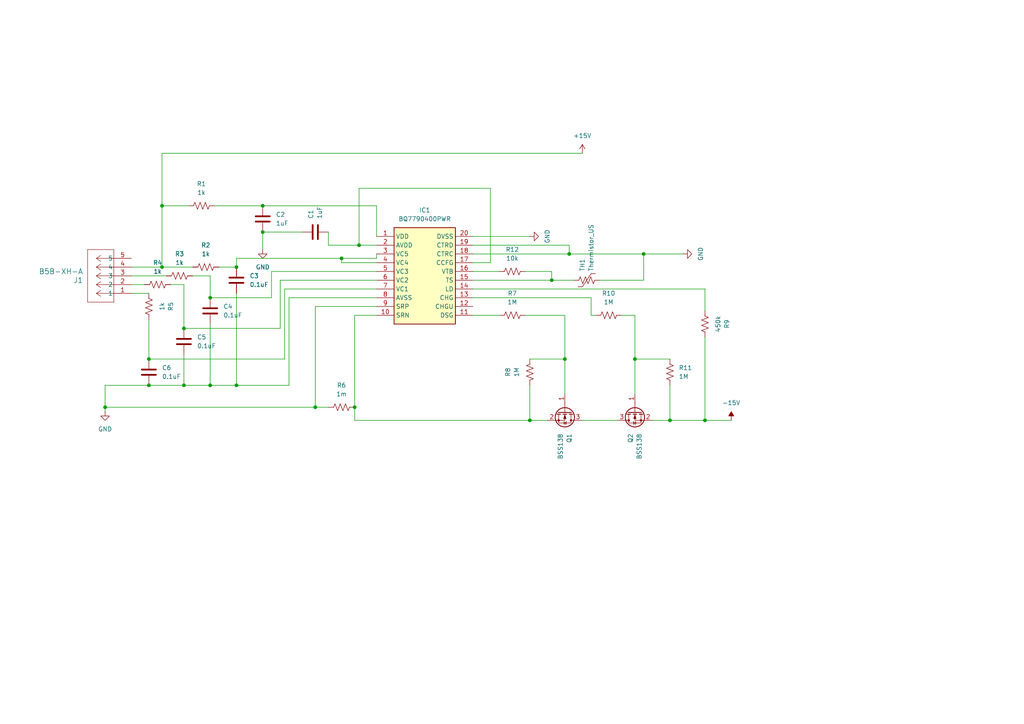
<source format=kicad_sch>
(kicad_sch (version 20231120) (generator "eeschema") (generator_version "8.0")
  (paper "A4")
  (lib_symbols
    (symbol "B5B-XH-A:B5B-XH-A" (pin_names (offset 0.254))
      (property "Reference" "J" (at 8.89 6.35 0))
      (property "Value" "B5B-XH-A" (at 0 0 0))
      (symbol "B5B-XH-A_1_1"
        (polyline (pts (xy 5.08 -12.7) (xy 12.7 -12.7)) (stroke (width 0.127)))
        (polyline (pts (xy 5.08 2.54) (xy 5.08 -12.7)) (stroke (width 0.127)))
        (polyline (pts (xy 10.16 -10.16) (xy 5.08 -10.16)) (stroke (width 0.127)))
        (polyline (pts (xy 10.16 -10.16) (xy 8.89 -11.0067)) (stroke (width 0.127)))
        (polyline (pts (xy 10.16 -10.16) (xy 8.89 -9.3133)) (stroke (width 0.127)))
        (polyline (pts (xy 10.16 -7.62) (xy 5.08 -7.62)) (stroke (width 0.127)))
        (polyline (pts (xy 10.16 -7.62) (xy 8.89 -8.4667)) (stroke (width 0.127)))
        (polyline (pts (xy 10.16 -7.62) (xy 8.89 -6.7733)) (stroke (width 0.127)))
        (polyline (pts (xy 10.16 -5.08) (xy 5.08 -5.08)) (stroke (width 0.127)))
        (polyline (pts (xy 10.16 -5.08) (xy 8.89 -5.9267)) (stroke (width 0.127)))
        (polyline (pts (xy 10.16 -5.08) (xy 8.89 -4.2333)) (stroke (width 0.127)))
        (polyline (pts (xy 10.16 -2.54) (xy 5.08 -2.54)) (stroke (width 0.127)))
        (polyline (pts (xy 10.16 -2.54) (xy 8.89 -3.3867)) (stroke (width 0.127)))
        (polyline (pts (xy 10.16 -2.54) (xy 8.89 -1.6933)) (stroke (width 0.127)))
        (polyline (pts (xy 10.16 0) (xy 5.08 0)) (stroke (width 0.127)))
        (polyline (pts (xy 10.16 0) (xy 8.89 -0.8467)) (stroke (width 0.127)))
        (polyline (pts (xy 10.16 0) (xy 8.89 0.8467)) (stroke (width 0.127)))
        (polyline (pts (xy 12.7 -12.7) (xy 12.7 2.54)) (stroke (width 0.127)))
        (polyline (pts (xy 12.7 2.54) (xy 5.08 2.54)) (stroke (width 0.127)))
        (pin unspecified line (at 0 0 0) (length 5.08) (name "1") (number "1"))
        (pin unspecified line (at 0 -2.54 0) (length 5.08) (name "2") (number "2"))
        (pin unspecified line (at 0 -5.08 0) (length 5.08) (name "3") (number "3"))
        (pin unspecified line (at 0 -7.62 0) (length 5.08) (name "4") (number "4"))
        (pin unspecified line (at 0 -10.16 0) (length 5.08) (name "5") (number "5"))
      )
      (symbol "B5B-XH-A_1_2"
        (polyline (pts (xy 5.08 -12.7) (xy 12.7 -12.7)) (stroke (width 0.127)))
        (polyline (pts (xy 5.08 2.54) (xy 5.08 -12.7)) (stroke (width 0.127)))
        (polyline (pts (xy 7.62 -10.16) (xy 5.08 -10.16)) (stroke (width 0.127)))
        (polyline (pts (xy 7.62 -10.16) (xy 8.89 -11.0067)) (stroke (width 0.127)))
        (polyline (pts (xy 7.62 -10.16) (xy 8.89 -9.3133)) (stroke (width 0.127)))
        (polyline (pts (xy 7.62 -7.62) (xy 5.08 -7.62)) (stroke (width 0.127)))
        (polyline (pts (xy 7.62 -7.62) (xy 8.89 -8.4667)) (stroke (width 0.127)))
        (polyline (pts (xy 7.62 -7.62) (xy 8.89 -6.7733)) (stroke (width 0.127)))
        (polyline (pts (xy 7.62 -5.08) (xy 5.08 -5.08)) (stroke (width 0.127)))
        (polyline (pts (xy 7.62 -5.08) (xy 8.89 -5.9267)) (stroke (width 0.127)))
        (polyline (pts (xy 7.62 -5.08) (xy 8.89 -4.2333)) (stroke (width 0.127)))
        (polyline (pts (xy 7.62 -2.54) (xy 5.08 -2.54)) (stroke (width 0.127)))
        (polyline (pts (xy 7.62 -2.54) (xy 8.89 -3.3867)) (stroke (width 0.127)))
        (polyline (pts (xy 7.62 -2.54) (xy 8.89 -1.6933)) (stroke (width 0.127)))
        (polyline (pts (xy 7.62 0) (xy 5.08 0)) (stroke (width 0.127)))
        (polyline (pts (xy 7.62 0) (xy 8.89 -0.8467)) (stroke (width 0.127)))
        (polyline (pts (xy 7.62 0) (xy 8.89 0.8467)) (stroke (width 0.127)))
        (polyline (pts (xy 12.7 -12.7) (xy 12.7 2.54)) (stroke (width 0.127)))
        (polyline (pts (xy 12.7 2.54) (xy 5.08 2.54)) (stroke (width 0.127)))
        (pin unspecified line (at 0 0 0) (length 5.08) (name "1") (number "1"))
        (pin unspecified line (at 0 -2.54 0) (length 5.08) (name "2") (number "2"))
        (pin unspecified line (at 0 -5.08 0) (length 5.08) (name "3") (number "3"))
        (pin unspecified line (at 0 -7.62 0) (length 5.08) (name "4") (number "4"))
        (pin unspecified line (at 0 -10.16 0) (length 5.08) (name "5") (number "5"))
      )
    )
    (symbol "BQ7790400PWR:BQ7790400PWR"
      (property "Reference" "IC" (at 24.13 7.62 0))
      (property "Value" "BQ7790400PWR" (at 24.13 5.08 0))
      (symbol "BQ7790400PWR_1_1"
        (rectangle (start 5.08 2.54) (end 22.86 -25.4) (stroke (width 0.254)) (fill (type background)))
        (pin passive line (at 0 0 0) (length 5.08) (name "VDD") (number "1"))
        (pin passive line (at 0 -22.86 0) (length 5.08) (name "SRN") (number "10"))
        (pin passive line (at 27.94 -22.86 180) (length 5.08) (name "DSG") (number "11"))
        (pin passive line (at 27.94 -20.32 180) (length 5.08) (name "CHGU") (number "12"))
        (pin passive line (at 27.94 -17.78 180) (length 5.08) (name "CHG") (number "13"))
        (pin passive line (at 27.94 -15.24 180) (length 5.08) (name "LD") (number "14"))
        (pin passive line (at 27.94 -12.7 180) (length 5.08) (name "TS") (number "15"))
        (pin passive line (at 27.94 -10.16 180) (length 5.08) (name "VTB") (number "16"))
        (pin passive line (at 27.94 -7.62 180) (length 5.08) (name "CCFG") (number "17"))
        (pin passive line (at 27.94 -5.08 180) (length 5.08) (name "CTRC") (number "18"))
        (pin passive line (at 27.94 -2.54 180) (length 5.08) (name "CTRD") (number "19"))
        (pin passive line (at 0 -2.54 0) (length 5.08) (name "AVDD") (number "2"))
        (pin passive line (at 27.94 0 180) (length 5.08) (name "DVSS") (number "20"))
        (pin passive line (at 0 -5.08 0) (length 5.08) (name "VC5") (number "3"))
        (pin passive line (at 0 -7.62 0) (length 5.08) (name "VC4") (number "4"))
        (pin passive line (at 0 -10.16 0) (length 5.08) (name "VC3") (number "5"))
        (pin passive line (at 0 -12.7 0) (length 5.08) (name "VC2") (number "6"))
        (pin passive line (at 0 -15.24 0) (length 5.08) (name "VC1") (number "7"))
        (pin passive line (at 0 -17.78 0) (length 5.08) (name "AVSS") (number "8"))
        (pin passive line (at 0 -20.32 0) (length 5.08) (name "SRP") (number "9"))
      )
    )
    (symbol "Device:C" (pin_numbers hide) (pin_names (offset 0.254))
      (property "Reference" "C" (at 0.635 2.54 0))
      (property "Value" "C" (at 0.635 -2.54 0))
      (symbol "C_0_1"
        (polyline (pts (xy -2.032 -0.762) (xy 2.032 -0.762)) (stroke (width 0.508)))
        (polyline (pts (xy -2.032 0.762) (xy 2.032 0.762)) (stroke (width 0.508)))
      )
      (symbol "C_1_1"
        (pin passive line (at 0 3.81 270) (length 2.794) (name "~") (number "1"))
        (pin passive line (at 0 -3.81 90) (length 2.794) (name "~") (number "2"))
      )
    )
    (symbol "Device:R_US" (pin_numbers hide) (pin_names (offset 0))
      (property "Reference" "R" (at 2.54 0 90))
      (property "Value" "R_US" (at -2.54 0 90))
      (symbol "R_US_0_1"
        (polyline (pts (xy 0 -2.286) (xy 0 -2.54)))
        (polyline (pts (xy 0 2.286) (xy 0 2.54)))
        (polyline (pts (xy 0 -0.762) (xy 1.016 -1.143) (xy 0 -1.524) (xy -1.016 -1.905) (xy 0 -2.286)))
        (polyline (pts (xy 0 0.762) (xy 1.016 0.381) (xy 0 0) (xy -1.016 -0.381) (xy 0 -0.762)))
        (polyline (pts (xy 0 2.286) (xy 1.016 1.905) (xy 0 1.524) (xy -1.016 1.143) (xy 0 0.762)))
      )
      (symbol "R_US_1_1"
        (pin passive line (at 0 3.81 270) (length 1.27) (name "~") (number "1"))
        (pin passive line (at 0 -3.81 90) (length 1.27) (name "~") (number "2"))
      )
    )
    (symbol "Device:Thermistor_US" (pin_numbers hide) (pin_names (offset 0))
      (property "Reference" "TH" (at 2.54 1.27 90))
      (property "Value" "Thermistor_US" (at -2.54 0 90))
      (symbol "Thermistor_US_0_1"
        (polyline (pts (xy 0 -2.286) (xy 0 -2.54)))
        (polyline (pts (xy 0 2.286) (xy 0 2.54)))
        (polyline (pts (xy 1.905 -1.27) (xy 1.905 -2.54)))
        (polyline (pts (xy -1.905 2.54) (xy -1.905 1.27) (xy 1.905 -1.27)))
        (polyline (pts (xy 0 -0.762) (xy 1.016 -1.143) (xy 0 -1.524) (xy -1.016 -1.905) (xy 0 -2.286)))
        (polyline (pts (xy 0 0.762) (xy 1.016 0.381) (xy 0 0) (xy -1.016 -0.381) (xy 0 -0.762)))
        (polyline (pts (xy 0 2.286) (xy 1.016 1.905) (xy 0 1.524) (xy -1.016 1.143) (xy 0 0.762)))
      )
      (symbol "Thermistor_US_1_1"
        (pin passive line (at 0 3.81 270) (length 1.27) (name "~") (number "1"))
        (pin passive line (at 0 -3.81 90) (length 1.27) (name "~") (number "2"))
      )
    )
    (symbol "Transistor_FET:BSS138" (pin_names hide)
      (property "Reference" "Q" (at 5.08 1.905 0))
      (property "Value" "BSS138" (at 5.08 0 0))
      (symbol "BSS138_0_1"
        (polyline (pts (xy 0.254 0) (xy -2.54 0)))
        (polyline (pts (xy 0.254 1.905) (xy 0.254 -1.905)) (stroke (width 0.254)))
        (polyline (pts (xy 0.762 -1.27) (xy 0.762 -2.286)) (stroke (width 0.254)))
        (polyline (pts (xy 0.762 0.508) (xy 0.762 -0.508)) (stroke (width 0.254)))
        (polyline (pts (xy 0.762 2.286) (xy 0.762 1.27)) (stroke (width 0.254)))
        (polyline (pts (xy 2.54 2.54) (xy 2.54 1.778)))
        (polyline (pts (xy 2.54 -2.54) (xy 2.54 0) (xy 0.762 0)))
        (polyline (pts (xy 0.762 -1.778) (xy 3.302 -1.778) (xy 3.302 1.778) (xy 0.762 1.778)))
        (polyline (pts (xy 1.016 0) (xy 2.032 0.381) (xy 2.032 -0.381) (xy 1.016 0)) (fill (type outline)))
        (polyline (pts (xy 2.794 0.508) (xy 2.921 0.381) (xy 3.683 0.381) (xy 3.81 0.254)))
        (polyline (pts (xy 3.302 0.381) (xy 2.921 -0.254) (xy 3.683 -0.254) (xy 3.302 0.381)))
        (circle (center 1.651 0) (radius 2.794) (stroke (width 0.254)))
        (circle (center 2.54 -1.778) (radius 0.254) (fill (type outline)))
        (circle (center 2.54 1.778) (radius 0.254) (fill (type outline)))
      )
      (symbol "BSS138_1_1"
        (pin input line (at -5.08 0 0) (length 2.54) (name "G") (number "1"))
        (pin passive line (at 2.54 -5.08 90) (length 2.54) (name "S") (number "2"))
        (pin passive line (at 2.54 5.08 270) (length 2.54) (name "D") (number "3"))
      )
    )
    (symbol "power:+15V" (power) (pin_numbers hide) (pin_names (offset 0) hide)
      (property "Value" "+15V" (at 0 3.556 0))
      (symbol "+15V_0_1"
        (polyline (pts (xy -0.762 1.27) (xy 0 2.54)))
        (polyline (pts (xy 0 0) (xy 0 2.54)))
        (polyline (pts (xy 0 2.54) (xy 0.762 1.27)))
      )
      (symbol "+15V_1_1"
        (pin power_in line (at 0 0 90) (length 0) (name "~") (number "1"))
      )
    )
    (symbol "power:-15V" (power) (pin_numbers hide) (pin_names (offset 0) hide)
      (property "Value" "-15V" (at 0 3.556 0))
      (symbol "-15V_0_0"
        (pin power_in line (at 0 0 90) (length 0) (name "~") (number "1"))
      )
      (symbol "-15V_0_1"
        (polyline (pts (xy 0 0) (xy 0 1.27) (xy 0.762 1.27) (xy 0 2.54) (xy -0.762 1.27) (xy 0 1.27)) (fill (type outline)))
      )
    )
    (symbol "power:GND" (power) (pin_numbers hide) (pin_names (offset 0) hide)
      (property "Value" "GND" (at 0 -3.81 0))
      (symbol "GND_0_1"
        (polyline (pts (xy 0 0) (xy 0 -1.27) (xy 1.27 -1.27) (xy 0 -2.54) (xy -1.27 -1.27) (xy 0 -1.27)))
      )
      (symbol "GND_1_1"
        (pin power_in line (at 0 0 270) (length 0) (name "~") (number "1"))
      )
    )
  )
  (junction (at 99.06 74.93))
  (junction (at 153.67 121.92))
  (junction (at 76.2 59.69))
  (junction (at 91.44 118.11))
  (junction (at 104.14 71.12))
  (junction (at 204.47 121.92))
  (junction (at 68.58 111.76))
  (junction (at 76.2 67.31))
  (junction (at 165.1 73.66))
  (junction (at 46.99 59.69))
  (junction (at 43.18 104.14))
  (junction (at 160.02 81.28))
  (junction (at 53.34 95.25))
  (junction (at 184.15 104.14))
  (junction (at 60.96 86.36))
  (junction (at 60.96 111.76))
  (junction (at 163.83 104.14))
  (junction (at 43.18 111.76))
  (junction (at 186.69 73.66))
  (junction (at 30.48 118.11))
  (junction (at 53.34 111.76))
  (junction (at 46.99 77.47))
  (junction (at 68.58 77.47))
  (junction (at 102.87 118.11))
  (junction (at 194.31 121.92))
  (wire (pts (xy 54.61 59.69) (xy 46.99 59.69)))
  (wire (pts (xy 104.14 71.12) (xy 104.14 54.61)))
  (wire (pts (xy 55.88 80.01) (xy 60.96 80.01)))
  (wire (pts (xy 153.67 104.14) (xy 163.83 104.14)))
  (wire (pts (xy 153.67 111.76) (xy 153.67 121.92)))
  (wire (pts (xy 160.02 78.74) (xy 160.02 81.28)))
  (wire (pts (xy 137.16 68.58) (xy 153.67 68.58)))
  (wire (pts (xy 163.83 91.44) (xy 163.83 104.14)))
  (wire (pts (xy 38.1 85.09) (xy 43.18 85.09)))
  (wire (pts (xy 152.4 91.44) (xy 163.83 91.44)))
  (wire (pts (xy 168.91 121.92) (xy 179.07 121.92)))
  (wire (pts (xy 81.28 95.25) (xy 53.34 95.25)))
  (wire (pts (xy 60.96 80.01) (xy 60.96 86.36)))
  (wire (pts (xy 76.2 67.31) (xy 87.63 67.31)))
  (wire (pts (xy 62.23 59.69) (xy 76.2 59.69)))
  (wire (pts (xy 184.15 91.44) (xy 184.15 104.14)))
  (wire (pts (xy 137.16 78.74) (xy 144.78 78.74)))
  (wire (pts (xy 53.34 82.55) (xy 53.34 95.25)))
  (wire (pts (xy 153.67 121.92) (xy 102.87 121.92)))
  (wire (pts (xy 194.31 111.76) (xy 194.31 121.92)))
  (wire (pts (xy 99.06 74.93) (xy 68.58 74.93)))
  (wire (pts (xy 204.47 121.92) (xy 212.09 121.92)))
  (wire (pts (xy 186.69 73.66) (xy 186.69 81.28)))
  (wire (pts (xy 78.74 78.74) (xy 78.74 86.36)))
  (wire (pts (xy 83.82 86.36) (xy 109.22 86.36)))
  (wire (pts (xy 46.99 77.47) (xy 55.88 77.47)))
  (wire (pts (xy 204.47 83.82) (xy 204.47 90.17)))
  (wire (pts (xy 91.44 118.11) (xy 30.48 118.11)))
  (wire (pts (xy 49.53 82.55) (xy 53.34 82.55)))
  (wire (pts (xy 68.58 74.93) (xy 68.58 77.47)))
  (wire (pts (xy 38.1 82.55) (xy 41.91 82.55)))
  (wire (pts (xy 137.16 83.82) (xy 204.47 83.82)))
  (wire (pts (xy 109.22 88.9) (xy 91.44 88.9)))
  (wire (pts (xy 38.1 77.47) (xy 46.99 77.47)))
  (wire (pts (xy 109.22 81.28) (xy 81.28 81.28)))
  (wire (pts (xy 81.28 81.28) (xy 81.28 95.25)))
  (wire (pts (xy 76.2 59.69) (xy 109.22 59.69)))
  (wire (pts (xy 38.1 80.01) (xy 48.26 80.01)))
  (wire (pts (xy 142.24 76.2) (xy 137.16 76.2)))
  (wire (pts (xy 137.16 91.44) (xy 144.78 91.44)))
  (wire (pts (xy 63.5 77.47) (xy 68.58 77.47)))
  (wire (pts (xy 30.48 118.11) (xy 30.48 119.38)))
  (wire (pts (xy 109.22 71.12) (xy 104.14 71.12)))
  (wire (pts (xy 43.18 111.76) (xy 30.48 111.76)))
  (wire (pts (xy 83.82 111.76) (xy 83.82 86.36)))
  (wire (pts (xy 160.02 81.28) (xy 166.37 81.28)))
  (wire (pts (xy 142.24 54.61) (xy 142.24 76.2)))
  (wire (pts (xy 180.34 91.44) (xy 184.15 91.44)))
  (wire (pts (xy 53.34 111.76) (xy 60.96 111.76)))
  (wire (pts (xy 46.99 59.69) (xy 46.99 77.47)))
  (wire (pts (xy 68.58 85.09) (xy 68.58 111.76)))
  (wire (pts (xy 78.74 86.36) (xy 60.96 86.36)))
  (wire (pts (xy 189.23 121.92) (xy 194.31 121.92)))
  (wire (pts (xy 104.14 54.61) (xy 142.24 54.61)))
  (wire (pts (xy 46.99 44.45) (xy 46.99 59.69)))
  (wire (pts (xy 137.16 71.12) (xy 165.1 71.12)))
  (wire (pts (xy 152.4 78.74) (xy 160.02 78.74)))
  (wire (pts (xy 163.83 104.14) (xy 163.83 114.3)))
  (wire (pts (xy 194.31 121.92) (xy 204.47 121.92)))
  (wire (pts (xy 204.47 97.79) (xy 204.47 121.92)))
  (wire (pts (xy 102.87 91.44) (xy 109.22 91.44)))
  (wire (pts (xy 68.58 111.76) (xy 83.82 111.76)))
  (wire (pts (xy 198.12 73.66) (xy 186.69 73.66)))
  (wire (pts (xy 91.44 88.9) (xy 91.44 118.11)))
  (wire (pts (xy 109.22 74.93) (xy 99.06 74.93)))
  (wire (pts (xy 60.96 111.76) (xy 68.58 111.76)))
  (wire (pts (xy 30.48 111.76) (xy 30.48 118.11)))
  (wire (pts (xy 184.15 104.14) (xy 184.15 114.3)))
  (wire (pts (xy 99.06 76.2) (xy 99.06 74.93)))
  (wire (pts (xy 184.15 104.14) (xy 194.31 104.14)))
  (wire (pts (xy 171.45 91.44) (xy 171.45 86.36)))
  (wire (pts (xy 76.2 67.31) (xy 76.2 72.39)))
  (wire (pts (xy 43.18 111.76) (xy 53.34 111.76)))
  (wire (pts (xy 165.1 73.66) (xy 186.69 73.66)))
  (wire (pts (xy 109.22 83.82) (xy 82.55 83.82)))
  (wire (pts (xy 82.55 104.14) (xy 43.18 104.14)))
  (wire (pts (xy 153.67 121.92) (xy 158.75 121.92)))
  (wire (pts (xy 102.87 118.11) (xy 102.87 91.44)))
  (wire (pts (xy 171.45 91.44) (xy 172.72 91.44)))
  (wire (pts (xy 95.25 118.11) (xy 91.44 118.11)))
  (wire (pts (xy 102.87 121.92) (xy 102.87 118.11)))
  (wire (pts (xy 60.96 93.98) (xy 60.96 111.76)))
  (wire (pts (xy 168.91 44.45) (xy 46.99 44.45)))
  (wire (pts (xy 109.22 74.93) (xy 109.22 73.66)))
  (wire (pts (xy 109.22 59.69) (xy 109.22 68.58)))
  (wire (pts (xy 95.25 71.12) (xy 95.25 67.31)))
  (wire (pts (xy 137.16 73.66) (xy 165.1 73.66)))
  (wire (pts (xy 43.18 92.71) (xy 43.18 104.14)))
  (wire (pts (xy 173.99 81.28) (xy 186.69 81.28)))
  (wire (pts (xy 165.1 71.12) (xy 165.1 73.66)))
  (wire (pts (xy 109.22 78.74) (xy 78.74 78.74)))
  (wire (pts (xy 104.14 71.12) (xy 95.25 71.12)))
  (wire (pts (xy 137.16 81.28) (xy 160.02 81.28)))
  (wire (pts (xy 53.34 102.87) (xy 53.34 111.76)))
  (wire (pts (xy 109.22 76.2) (xy 99.06 76.2)))
  (wire (pts (xy 171.45 86.36) (xy 137.16 86.36)))
  (wire (pts (xy 82.55 83.82) (xy 82.55 104.14)))
  (symbol (lib_id "Device:C") (at 76.2 63.5 0) (unit 1)
    (property "Reference" "C2" (at 80.01 62.2299 0) (effects (justify left)))
    (property "Value" "1uF" (at 80.01 64.7699 0) (effects (justify left)))
    (property "Description" "Unpolarized capacitor" (effects (hide yes)))
  )
  (symbol (lib_id "B5B-XH-A:B5B-XH-A") (at 38.1 85.09 180) (unit 1)
    (property "Reference" "J1" (at 24.13 81.2801 0) (effects (font (size 1.524 1.524)) (justify left)))
    (property "Value" "B5B-XH-A" (at 24.13 78.7401 0) (effects (font (size 1.524 1.524)) (justify left)))
    (property "Footprint" "CONN_B5B-XH-A_JST" (effects (hide yes)))
    (property "Datasheet" "B5B-XH-A" (effects (hide yes)))
  )
  (symbol (lib_id "Device:R_US") (at 176.53 91.44 90) (unit 1)
    (property "Reference" "R10" (at 176.53 85.09 90))
    (property "Value" "1M" (at 176.53 87.63 90))
    (property "Description" "Resistor, US symbol" (effects (hide yes)))
  )
  (symbol (lib_id "Device:R_US") (at 204.47 93.98 0) (unit 1)
    (property "Reference" "R9" (at 210.82 93.98 90))
    (property "Value" "450k" (at 208.28 93.98 90))
    (property "Description" "Resistor, US symbol" (effects (hide yes)))
  )
  (symbol (lib_id "power:GND") (at 198.12 73.66 90) (unit 1)
    (property "Reference" "#PWR07" (effects (hide yes)))
    (property "Value" "GND" (at 203.2 73.66 0))
    (property "Description" "Power symbol creates a global label with name \"GND\" , ground" (effects (hide yes)))
  )
  (symbol (lib_id "Device:R_US") (at 58.42 59.69 90) (unit 1)
    (property "Reference" "R1" (at 58.42 53.34 90))
    (property "Value" "1k" (at 58.42 55.88 90))
    (property "Description" "Resistor, US symbol" (effects (hide yes)))
  )
  (symbol (lib_id "Device:C") (at 60.96 90.17 0) (unit 1)
    (property "Reference" "C4" (at 64.77 88.8999 0) (effects (justify left)))
    (property "Value" "0.1uF" (at 64.77 91.4399 0) (effects (justify left)))
    (property "Description" "Unpolarized capacitor" (effects (hide yes)))
  )
  (symbol (lib_id "Device:Thermistor_US") (at 170.18 81.28 90) (unit 1)
    (property "Reference" "TH1" (at 168.9099 78.74 0) (effects (justify left)))
    (property "Value" "Thermistor_US" (at 171.4499 78.74 0) (effects (justify left)))
    (property "Description" "Thermistor, temperature dependent resistor, US symbol" (effects (hide yes)))
  )
  (symbol (lib_id "Device:R_US") (at 148.59 91.44 90) (unit 1)
    (property "Reference" "R7" (at 148.59 85.09 90))
    (property "Value" "1M" (at 148.59 87.63 90))
    (property "Description" "Resistor, US symbol" (effects (hide yes)))
  )
  (symbol (lib_id "Device:R_US") (at 148.59 78.74 90) (unit 1)
    (property "Reference" "R12" (at 148.59 72.39 90))
    (property "Value" "10k" (at 148.59 74.93 90))
    (property "Description" "Resistor, US symbol" (effects (hide yes)))
  )
  (symbol (lib_id "Device:R_US") (at 43.18 88.9 0) (unit 1)
    (property "Reference" "R5" (at 49.53 88.9 90))
    (property "Value" "1k" (at 46.99 88.9 90))
    (property "Description" "Resistor, US symbol" (effects (hide yes)))
  )
  (symbol (lib_id "power:+15V") (at 168.91 44.45 0) (unit 1)
    (property "Reference" "#PWR03" (effects (hide yes)))
    (property "Value" "+15V" (at 168.91 39.37 0))
    (property "Description" "Power symbol creates a global label with name \"+15V\"" (effects (hide yes)))
  )
  (symbol (lib_id "power:GND") (at 76.2 72.39 0) (unit 1)
    (property "Reference" "#PWR04" (effects (hide yes)))
    (property "Value" "GND" (at 76.2 77.47 0))
    (property "Description" "Power symbol creates a global label with name \"GND\" , ground" (effects (hide yes)))
  )
  (symbol (lib_id "power:GND") (at 153.67 68.58 90) (unit 1)
    (property "Reference" "#PWR06" (effects (hide yes)))
    (property "Value" "GND" (at 158.75 68.58 0))
    (property "Description" "Power symbol creates a global label with name \"GND\" , ground" (effects (hide yes)))
  )
  (symbol (lib_id "Device:R_US") (at 45.72 82.55 90) (unit 1)
    (property "Reference" "R4" (at 45.72 76.2 90))
    (property "Value" "1k" (at 45.72 78.74 90))
    (property "Description" "Resistor, US symbol" (effects (hide yes)))
  )
  (symbol (lib_id "Device:C") (at 68.58 81.28 0) (unit 1)
    (property "Reference" "C3" (at 72.39 80.0099 0) (effects (justify left)))
    (property "Value" "0.1uF" (at 72.39 82.5499 0) (effects (justify left)))
    (property "Description" "Unpolarized capacitor" (effects (hide yes)))
  )
  (symbol (lib_id "Device:R_US") (at 52.07 80.01 90) (unit 1)
    (property "Reference" "R3" (at 52.07 73.66 90))
    (property "Value" "1k" (at 52.07 76.2 90))
    (property "Description" "Resistor, US symbol" (effects (hide yes)))
  )
  (symbol (lib_id "power:-15V") (at 212.09 121.92 0) (unit 1)
    (property "Reference" "#PWR01" (effects (hide yes)))
    (property "Value" "-15V" (at 212.09 116.84 0))
    (property "Description" "Power symbol creates a global label with name \"-15V\"" (effects (hide yes)))
  )
  (symbol (lib_id "Device:R_US") (at 59.69 77.47 90) (unit 1)
    (property "Reference" "R2" (at 59.69 71.12 90))
    (property "Value" "1k" (at 59.69 73.66 90))
    (property "Description" "Resistor, US symbol" (effects (hide yes)))
  )
  (symbol (lib_id "power:GND") (at 30.48 119.38 0) (unit 1)
    (property "Reference" "#PWR02" (effects (hide yes)))
    (property "Value" "GND" (at 30.48 124.46 0))
    (property "Description" "Power symbol creates a global label with name \"GND\" , ground" (effects (hide yes)))
  )
  (symbol (lib_id "Transistor_FET:BSS138") (at 163.83 119.38 270) (unit 1)
    (property "Reference" "Q1" (at 165.1001 125.73 0) (effects (justify left)))
    (property "Value" "BSS138" (at 162.5601 125.73 0) (effects (justify left)))
    (property "Footprint" "Package_TO_SOT_SMD:SOT-23" (effects (hide yes)))
    (property "Datasheet" "https://www.onsemi.com/pub/Collateral/BSS138-D.PDF" (effects (hide yes)))
    (property "Description" "50V Vds, 0.22A Id, N-Channel MOSFET, SOT-23" (effects (hide yes)))
  )
  (symbol (lib_id "Device:R_US") (at 99.06 118.11 90) (unit 1)
    (property "Reference" "R6" (at 99.06 111.76 90))
    (property "Value" "1m" (at 99.06 114.3 90))
    (property "Description" "Resistor, US symbol" (effects (hide yes)))
  )
  (symbol (lib_id "Device:C") (at 53.34 99.06 0) (unit 1)
    (property "Reference" "C5" (at 57.15 97.7899 0) (effects (justify left)))
    (property "Value" "0.1uF" (at 57.15 100.3299 0) (effects (justify left)))
    (property "Description" "Unpolarized capacitor" (effects (hide yes)))
  )
  (symbol (lib_id "Device:C") (at 43.18 107.95 0) (unit 1)
    (property "Reference" "C6" (at 46.99 106.6799 0) (effects (justify left)))
    (property "Value" "0.1uF" (at 46.99 109.2199 0) (effects (justify left)))
    (property "Description" "Unpolarized capacitor" (effects (hide yes)))
  )
  (symbol (lib_id "Device:C") (at 91.44 67.31 90) (unit 1)
    (property "Reference" "C1" (at 90.1699 63.5 0) (effects (justify left)))
    (property "Value" "1uF" (at 92.7099 63.5 0) (effects (justify left)))
    (property "Description" "Unpolarized capacitor" (effects (hide yes)))
  )
  (symbol (lib_id "Device:R_US") (at 153.67 107.95 0) (mirror y) (unit 1)
    (property "Reference" "R8" (at 147.32 107.95 90))
    (property "Value" "1M" (at 149.86 107.95 90))
    (property "Description" "Resistor, US symbol" (effects (hide yes)))
  )
  (symbol (lib_id "Device:R_US") (at 194.31 107.95 0) (unit 1)
    (property "Reference" "R11" (at 196.85 106.6799 0) (effects (justify left)))
    (property "Value" "1M" (at 196.85 109.2199 0) (effects (justify left)))
    (property "Description" "Resistor, US symbol" (effects (hide yes)))
  )
  (symbol (lib_id "BQ7790400PWR:BQ7790400PWR") (at 109.22 68.58 0) (unit 1)
    (property "Reference" "IC1" (at 123.19 60.96 0))
    (property "Value" "BQ7790400PWR" (at 123.19 63.5 0))
    (property "Footprint" "SOP65P640X120-20N" (effects (hide yes)))
    (property "Datasheet" "http://www.ti.com/lit/gpn/bq77904" (effects (hide yes)))
    (property "Description" "3-4S Low Power Protector" (effects (hide yes)))
    (property "Height" "1.2" (effects (hide yes)))
    (property "Mouser Part Number" "595-BQ7790400PWR" (effects (hide yes)))
    (property "Mouser Price/Stock" "https://www.mouser.co.uk/ProductDetail/Texas-Instruments/BQ7790400PWR?qs=SMCV84mnLhnU0KDK1YzY%252Bw%3D%3D" (effects (hide yes)))
    (property "Manufacturer_Name" "Texas Instruments" (effects (hide yes)))
    (property "Manufacturer_Part_Number" "BQ7790400PWR" (effects (hide yes)))
  )
  (symbol (lib_id "Transistor_FET:BSS138") (at 184.15 119.38 90) (mirror x) (unit 1)
    (property "Reference" "Q2" (at 182.8799 125.73 0) (effects (justify left)))
    (property "Value" "BSS138" (at 185.4199 125.73 0) (effects (justify left)))
    (property "Footprint" "Package_TO_SOT_SMD:SOT-23" (effects (hide yes)))
    (property "Datasheet" "https://www.onsemi.com/pub/Collateral/BSS138-D.PDF" (effects (hide yes)))
    (property "Description" "50V Vds, 0.22A Id, N-Channel MOSFET, SOT-23" (effects (hide yes)))
  )
)
</source>
